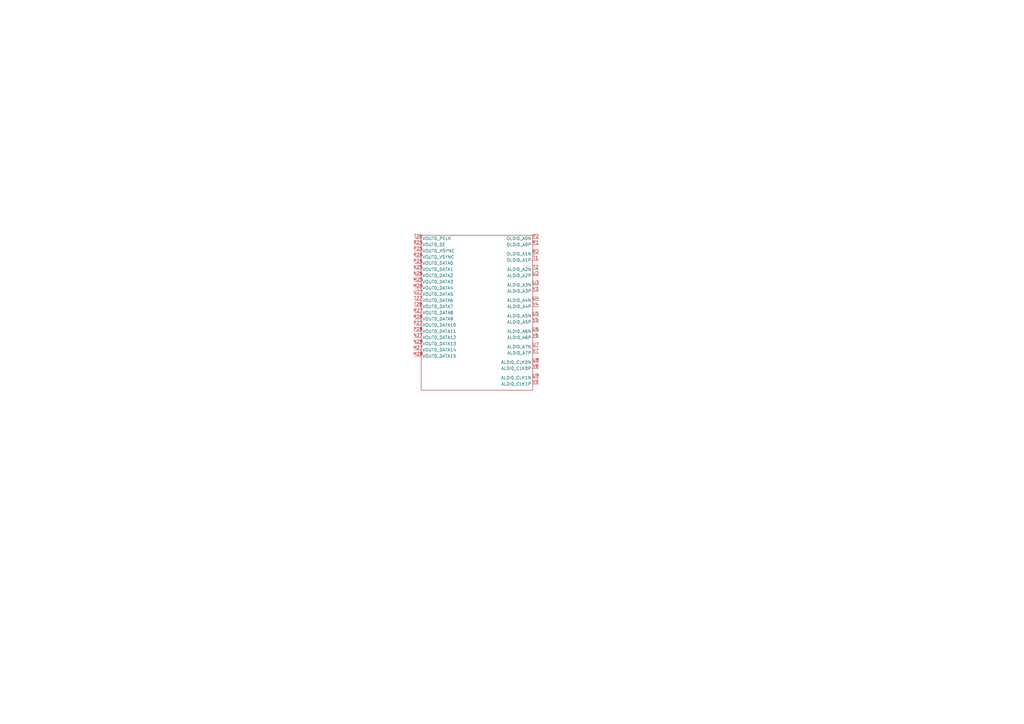
<source format=kicad_sch>
(kicad_sch (version 20250114) (generator "eeschema") (generator_version "9.0")
  (paper "A3")
  (lib_symbols
    (symbol "octavo_Library:osd62x-pm"
      (symbol "osd62x-pm_1_1"
        (rectangle (start -20.32 -2.54) (end 19.05 -198.12))
        (pin power_in line (at -22.86 -5.08 0) (length 2.54) (name "VDD_CORE") (number "G13"))
        (pin power_in line (at -22.86 -7.62 0) (length 2.54) (name "VDD_CORE") (number "G14"))
        (pin power_in line (at -22.86 -10.16 0) (length 2.54) (name "VDD_CORE") (number "G15"))
        (pin power_in line (at -22.86 -12.7 0) (length 2.54) (name "VDD_CORE") (number "G16"))
        (pin power_in line (at -22.86 -15.24 0) (length 2.54) (name "VDD_CORE") (number "G16"))
        (pin power_in line (at -22.86 -17.78 0) (length 2.54) (name "VDD_CORE") (number "H12"))
        (pin power_in line (at -22.86 -20.32 0) (length 2.54) (name "VDD_CORE") (number "H13"))
        (pin power_in line (at -22.86 -22.86 0) (length 2.54) (name "VDD_CORE") (number "H14"))
        (pin power_in line (at -22.86 -25.4 0) (length 2.54) (name "VDD_CORE") (number "H15"))
        (pin power_in line (at -22.86 -27.94 0) (length 2.54) (name "VDD_CORE") (number "H16"))
        (pin power_in line (at -22.86 -30.48 0) (length 2.54) (name "VDD_CORE") (number "J12"))
        (pin power_in line (at -22.86 -33.02 0) (length 2.54) (name "VDD_CORE") (number "J13"))
        (pin power_in line (at -22.86 -35.56 0) (length 2.54) (name "VDD_CORE") (number "J16"))
        (pin power_in line (at -22.86 -38.1 0) (length 2.54) (name "VDD_CORE") (number "K12"))
        (pin power_in line (at -22.86 -40.64 0) (length 2.54) (name "VDD_CORE") (number "K13"))
        (pin power_in line (at -22.86 -43.18 0) (length 2.54) (name "VDD_CORE") (number "K16"))
        (pin power_in line (at -22.86 -45.72 0) (length 2.54) (name "VDD_CORE") (number "L13"))
        (pin power_in line (at -22.86 -48.26 0) (length 2.54) (name "VDD_CORE") (number "L14"))
        (pin power_in line (at -22.86 -50.8 0) (length 2.54) (name "VDD_CORE") (number "L15"))
        (pin power_in line (at -22.86 -55.88 0) (length 2.54) (name "VDDR_CORE") (number "H17"))
        (pin power_in line (at -22.86 -58.42 0) (length 2.54) (name "VDDR_CORE") (number "H18"))
        (pin power_in line (at -22.86 -60.96 0) (length 2.54) (name "VDDR_CORE") (number "J17"))
        (pin power_in line (at -22.86 -63.5 0) (length 2.54) (name "VDDR_CORE") (number "J18"))
        (pin power_in line (at -22.86 -66.04 0) (length 2.54) (name "VDDR_CORE") (number "K17"))
        (pin power_in line (at -22.86 -68.58 0) (length 2.54) (name "VDDR_CORE") (number "K18"))
        (pin power_in line (at -22.86 -71.12 0) (length 2.54) (name "VDDR_CORE") (number "L17"))
        (pin power_in line (at -22.86 -73.66 0) (length 2.54) (name "VDDR_CORE") (number "L18"))
        (pin power_in line (at -22.86 -78.74 0) (length 2.54) (name "DDR_VPP") (number "N10"))
        (pin power_in line (at -22.86 -85.09 0) (length 2.54) (name "VDDA_CORE_CSIRX0") (number "M13"))
        (pin power_in line (at -22.86 -88.9 0) (length 2.54) (name "VDDA_CORE_USB") (number "M12"))
        (pin power_in line (at -22.86 -92.71 0) (length 2.54) (name "VDD_CANUART") (number "G12"))
        (pin power_in line (at -22.86 -102.87 0) (length 2.54) (name "VDDA_1P8_OLDI0") (number "P11"))
        (pin power_in line (at -22.86 -105.41 0) (length 2.54) (name "VDDA_1P8_CSIRX0") (number "P13"))
        (pin power_in line (at -22.86 -107.95 0) (length 2.54) (name "VDDA_1P8_USB") (number "P12"))
        (pin power_in line (at -22.86 -110.49 0) (length 2.54) (name "VDDA_PLL0") (number "N13"))
        (pin power_in line (at -22.86 -113.03 0) (length 2.54) (name "VDDA_PLL1") (number "N14"))
        (pin power_in line (at -22.86 -115.57 0) (length 2.54) (name "VDDA_PLL2") (number "F14"))
        (pin power_in line (at -22.86 -118.11 0) (length 2.54) (name "VDDA_MCU") (number "F13"))
        (pin power_in line (at -22.86 -120.65 0) (length 2.54) (name "VDDA_TEMP") (number "N12"))
        (pin power_in line (at -22.86 -123.19 0) (length 2.54) (name "VDDA_OSC0") (number "D15"))
        (pin power_in line (at -22.86 -125.73 0) (length 2.54) (name "VDDA_3P3_USB") (number "N7"))
        (pin power_in line (at -22.86 -135.89 0) (length 2.54) (name "VPP") (number "C16"))
        (pin power_in line (at -22.86 -144.78 0) (length 2.54) (name "VMON_SYS") (number "A15"))
        (pin power_in line (at -22.86 -149.86 0) (length 2.54) (name "VMON_1P8_SOC") (number "C15"))
        (pin power_in line (at -22.86 -154.94 0) (length 2.54) (name "VMON_3P3_SOC") (number "B15"))
        (pin power_in line (at 21.59 -5.08 180) (length 2.54) (name "VDDS_DDR") (number "K10"))
        (pin power_in line (at 21.59 -7.62 180) (length 2.54) (name "VDDS_DDR") (number "K11"))
        (pin power_in line (at 21.59 -10.16 180) (length 2.54) (name "VDDS_DDR") (number "L9"))
        (pin power_in line (at 21.59 -12.7 180) (length 2.54) (name "VDDS_DDR") (number "L10"))
        (pin power_in line (at 21.59 -15.24 180) (length 2.54) (name "VDDS_DDR") (number "L11"))
        (pin power_in line (at 21.59 -17.78 180) (length 2.54) (name "VDDS_DDR") (number "M8"))
        (pin power_in line (at 21.59 -20.32 180) (length 2.54) (name "VDDS_DDR") (number "M9"))
        (pin power_in line (at 21.59 -22.86 180) (length 2.54) (name "VDDS_DDR") (number "M10"))
        (pin power_in line (at 21.59 -25.4 180) (length 2.54) (name "VDDS_DDR") (number "N8"))
        (pin power_in line (at 21.59 -27.94 180) (length 2.54) (name "VDDS_DDR") (number "N9"))
        (pin power_in line (at 21.59 -31.75 180) (length 2.54) (name "VDDSHV_CANUART") (number "F11"))
        (pin power_in line (at 21.59 -34.29 180) (length 2.54) (name "VDDSHV_CANUART") (number "G10"))
        (pin power_in line (at 21.59 -36.83 180) (length 2.54) (name "VDDSHV_MCU") (number "F12"))
        (pin power_in line (at 21.59 -39.37 180) (length 2.54) (name "VDDSHV_MCU") (number "G11"))
        (pin power_in line (at 21.59 -43.18 180) (length 2.54) (name "VDDSHV0") (number "J21"))
        (pin power_in line (at 21.59 -45.72 180) (length 2.54) (name "VDDSHV0") (number "J22"))
        (pin power_in line (at 21.59 -48.26 180) (length 2.54) (name "VDDSHV1") (number "K21"))
        (pin power_in line (at 21.59 -50.8 180) (length 2.54) (name "VDDSHV1") (number "K22"))
        (pin power_in line (at 21.59 -53.34 180) (length 2.54) (name "VDDSHV2") (number "M21"))
        (pin power_in line (at 21.59 -55.88 180) (length 2.54) (name "VDDSHV2") (number "M22"))
        (pin power_in line (at 21.59 -58.42 180) (length 2.54) (name "VDDSHV3") (number "L21"))
        (pin power_in line (at 21.59 -60.96 180) (length 2.54) (name "VDDSHV3") (number "L22"))
        (pin power_in line (at 21.59 -63.5 180) (length 2.54) (name "VDDSHV4") (number "N11"))
        (pin power_in line (at 21.59 -66.04 180) (length 2.54) (name "VDDSHV4") (number "P10"))
        (pin power_in line (at 21.59 -68.58 180) (length 2.54) (name "VDDSHV5") (number "G21"))
        (pin power_in line (at 21.59 -71.12 180) (length 2.54) (name "VDDSHV5") (number "G22"))
        (pin power_in line (at 21.59 -73.66 180) (length 2.54) (name "VDDSHV6") (number "H21"))
        (pin power_in line (at 21.59 -76.2 180) (length 2.54) (name "VDDSHV6") (number "H22"))
        (pin power_in line (at 21.59 -80.01 180) (length 2.54) (name "VSS") (number "A2"))
        (pin power_in line (at 21.59 -82.55 180) (length 2.54) (name "VSS") (number "A14"))
        (pin power_in line (at 21.59 -85.09 180) (length 2.54) (name "VSS") (number "A27"))
        (pin power_in line (at 21.59 -87.63 180) (length 2.54) (name "VSS") (number "B1"))
        (pin power_in line (at 21.59 -90.17 180) (length 2.54) (name "VSS") (number "B14"))
        (pin power_in line (at 21.59 -92.71 180) (length 2.54) (name "VSS") (number "B28"))
        (pin power_in line (at 21.59 -95.25 180) (length 2.54) (name "VSS") (number "C3"))
        (pin power_in line (at 21.59 -97.79 180) (length 2.54) (name "VSS") (number "C4"))
        (pin power_in line (at 21.59 -100.33 180) (length 2.54) (name "VSS") (number "C14"))
        (pin power_in line (at 21.59 -102.87 180) (length 2.54) (name "VSS") (number "D3"))
        (pin power_in line (at 21.59 -105.41 180) (length 2.54) (name "VSS") (number "D4"))
        (pin power_in line (at 21.59 -107.95 180) (length 2.54) (name "VSS") (number "D14"))
        (pin power_in line (at 21.59 -110.49 180) (length 2.54) (name "VSS") (number "E3"))
        (pin power_in line (at 21.59 -113.03 180) (length 2.54) (name "VSS") (number "E4"))
        (pin power_in line (at 21.59 -115.57 180) (length 2.54) (name "VSS") (number "E5"))
        (pin power_in line (at 21.59 -118.11 180) (length 2.54) (name "VSS") (number "E6"))
        (pin power_in line (at 21.59 -120.65 180) (length 2.54) (name "VSS") (number "E7"))
        (pin power_in line (at 21.59 -123.19 180) (length 2.54) (name "VSS") (number "E8"))
        (pin power_in line (at 21.59 -125.73 180) (length 2.54) (name "VSS") (number "E9"))
        (pin power_in line (at 21.59 -128.27 180) (length 2.54) (name "VSS") (number "E10"))
        (pin power_in line (at 21.59 -130.81 180) (length 2.54) (name "VSS") (number "E11"))
        (pin power_in line (at 21.59 -133.35 180) (length 2.54) (name "VSS") (number "E12"))
        (pin power_in line (at 21.59 -135.89 180) (length 2.54) (name "VSS") (number "E13"))
        (pin power_in line (at 21.59 -138.43 180) (length 2.54) (name "VSS") (number "E16"))
        (pin power_in line (at 21.59 -140.97 180) (length 2.54) (name "VSS") (number "E17"))
        (pin power_in line (at 21.59 -143.51 180) (length 2.54) (name "VSS") (number "E18"))
        (pin power_in line (at 21.59 -146.05 180) (length 2.54) (name "VSS") (number "E19"))
        (pin power_in line (at 21.59 -148.59 180) (length 2.54) (name "VSS") (number "E20"))
        (pin power_in line (at 21.59 -151.13 180) (length 2.54) (name "VSS") (number "E21"))
        (pin power_in line (at 21.59 -153.67 180) (length 2.54) (name "VSS") (number "E22"))
        (pin power_in line (at 21.59 -156.21 180) (length 2.54) (name "VSS") (number "E23"))
        (pin power_in line (at 21.59 -158.75 180) (length 2.54) (name "VSS") (number "E24"))
        (pin power_in line (at 21.59 -161.29 180) (length 2.54) (name "VSS") (number "F19"))
        (pin power_in line (at 21.59 -163.83 180) (length 2.54) (name "VSS") (number "F20"))
        (pin power_in line (at 21.59 -166.37 180) (length 2.54) (name "VSS") (number "F21"))
        (pin power_in line (at 21.59 -168.91 180) (length 2.54) (name "VSS") (number "F22"))
        (pin power_in line (at 21.59 -171.45 180) (length 2.54) (name "VSS") (number "F23"))
        (pin power_in line (at 21.59 -173.99 180) (length 2.54) (name "VSS") (number "F24"))
        (pin power_in line (at 21.59 -176.53 180) (length 2.54) (name "VSS") (number "G19"))
        (pin power_in line (at 21.59 -179.07 180) (length 2.54) (name "VSS") (number "G20"))
        (pin power_in line (at 21.59 -181.61 180) (length 2.54) (name "VSS") (number "G23"))
        (pin power_in line (at 21.59 -184.15 180) (length 2.54) (name "VSS") (number "G24"))
        (pin power_in line (at 21.59 -186.69 180) (length 2.54) (name "VSS") (number "H19"))
        (pin power_in line (at 21.59 -189.23 180) (length 2.54) (name "VSS") (number "H20"))
        (pin power_in line (at 21.59 -191.77 180) (length 2.54) (name "VSS") (number "H24"))
        (pin power_in line (at 21.59 -194.31 180) (length 2.54) (name "VSS") (number "J14"))
        (pin power_in line (at 21.59 -196.85 180) (length 2.54) (name "VSS") (number "J15"))
      )
      (symbol "osd62x-pm_2_1"
        (rectangle (start -19.05 -2.54) (end 20.32 -30.48))
        (pin input line (at -184.15 132.08 0) (length 2.54) (name "MCU_OSC0_XI") (number "G1"))
        (pin input line (at -21.59 -5.08 0) (length 2.54) (name "MCU_OSC0_XI") (number "G1"))
        (pin output line (at -21.59 -7.62 0) (length 2.54) (name "MCU_OCS0_XO") (number "G2"))
        (pin input line (at -21.59 -12.7 0) (length 2.54) (name "WKUP_LFOSC0_XI") (number "H1"))
        (pin output line (at -21.59 -15.24 0) (length 2.54) (name "WKUP_LFOSC0_XO") (number "H2"))
        (pin input line (at -21.59 -20.32 0) (length 2.54) (name "EXT_REFCLK1") (number "D16"))
        (pin output line (at -21.59 -22.86 0) (length 2.54) (name "WKUP_CLKOUT0") (number "C7"))
        (pin output line (at 22.86 -5.08 180) (length 2.54) (name "RESETSTATZ") (number "C18"))
        (pin output line (at 22.86 -8.89 180) (length 2.54) (name "PORZ_OUT") (number "D18"))
        (pin input line (at 22.86 -12.7 180) (length 2.54) (name "RESET_REQZ") (number "D17"))
        (pin input line (at 22.86 -16.51 180) (length 2.54) (name "MCU_PORZ") (number "D6"))
        (pin input line (at 22.86 -20.32 180) (length 2.54) (name "MCU_RESETZ") (number "D6"))
        (pin output line (at 22.86 -24.13 180) (length 2.54) (name "MCU_RESETSTATZ") (number "C6"))
      )
      (symbol "osd62x-pm_3_1"
        (rectangle (start -20.32 -2.54) (end 19.05 -55.88))
        (pin power_in line (at -22.86 -5.08 0) (length 2.54) (name "DDR_VPP") (number "N10"))
        (pin no_connect line (at -22.86 -8.89 0) (length 2.54) (name "DDR_RSVD0") (number "F10"))
        (pin bidirectional line (at -22.86 -15.24 0) (length 2.54) (name "GPMC0_AD0") (number "G28"))
        (pin bidirectional line (at -22.86 -17.78 0) (length 2.54) (name "GPMC0_AD1") (number "G27"))
        (pin bidirectional line (at -22.86 -20.32 0) (length 2.54) (name "GPMC0_AD2") (number "F28"))
        (pin bidirectional line (at -22.86 -22.86 0) (length 2.54) (name "GPMC0_AD3") (number "F27"))
        (pin bidirectional line (at -22.86 -25.4 0) (length 2.54) (name "GPMC0_AD4") (number "E28"))
        (pin bidirectional line (at -22.86 -27.94 0) (length 2.54) (name "GPMC0_AD5") (number "E27"))
        (pin bidirectional line (at -22.86 -30.48 0) (length 2.54) (name "GPMC0_AD6") (number "D28"))
        (pin bidirectional line (at -22.86 -33.02 0) (length 2.54) (name "GPMC0_AD7") (number "D27"))
        (pin bidirectional line (at -22.86 -35.56 0) (length 2.54) (name "GPMC0_AD8") (number "L27"))
        (pin bidirectional line (at -22.86 -38.1 0) (length 2.54) (name "GPMC0_AD9") (number "L28"))
        (pin bidirectional line (at -22.86 -40.64 0) (length 2.54) (name "GPMC0_AD10") (number "K27"))
        (pin bidirectional line (at -22.86 -43.18 0) (length 2.54) (name "GPMC0_AD11") (number "K28"))
        (pin bidirectional line (at -22.86 -45.72 0) (length 2.54) (name "GPMC0_AD12") (number "J28"))
        (pin bidirectional line (at -22.86 -48.26 0) (length 2.54) (name "GPMC0_AD13") (number "J27"))
        (pin bidirectional line (at -22.86 -50.8 0) (length 2.54) (name "GPMC0_AD14") (number "H28"))
        (pin bidirectional line (at -22.86 -53.34 0) (length 2.54) (name "GPMC0_AD15") (number "H27"))
        (pin output line (at 21.59 -5.08 180) (length 2.54) (name "GPMC0_ADVN_ALE") (number "H25"))
        (pin output line (at 21.59 -7.62 180) (length 2.54) (name "GPMC0_OEN_REN") (number "H26"))
        (pin output line (at 21.59 -10.16 180) (length 2.54) (name "GPMC0_WEN") (number "J25"))
        (pin output line (at 21.59 -12.7 180) (length 2.54) (name "GPMC0_BE0N_CLE") (number "J26"))
        (pin output line (at 21.59 -15.24 180) (length 2.54) (name "GPMC0_BE1N") (number "K25"))
        (pin output line (at 21.59 -17.78 180) (length 2.54) (name "GPMC0_CSN0") (number "F26"))
        (pin output line (at 21.59 -20.32 180) (length 2.54) (name "GPMC0_CSN1") (number "F25"))
        (pin output line (at 21.59 -22.86 180) (length 2.54) (name "GPMC0_CSN2") (number "E26"))
        (pin output line (at 21.59 -25.4 180) (length 2.54) (name "GPMC0_CSN3") (number "E25"))
        (pin output line (at 21.59 -27.94 180) (length 2.54) (name "GPMC0_WAIT0") (number "L25"))
        (pin output line (at 21.59 -30.48 180) (length 2.54) (name "GPMC0_WAIT1") (number "L26"))
        (pin output line (at 21.59 -33.02 180) (length 2.54) (name "GPMC0_CLK") (number "K26"))
        (pin output line (at 21.59 -35.56 180) (length 2.54) (name "GPMC0_DIR") (number "G25"))
        (pin output line (at 21.59 -38.1 180) (length 2.54) (name "GPMC0_WPN") (number "G26"))
      )
      (symbol "osd62x-pm_4_1"
        (rectangle (start -20.32 -2.54) (end 19.05 -106.68))
        (pin output line (at -22.86 -5.08 0) (length 2.54) (name "UART0_TXD") (number "B10"))
        (pin input line (at -22.86 -7.62 0) (length 2.54) (name "UART0_RXD") (number "A10"))
        (pin input line (at -22.86 -10.16 0) (length 2.54) (name "UART0_CTSN") (number "A9"))
        (pin output line (at -22.86 -12.7 0) (length 2.54) (name "UART0_RTSN") (number "B9"))
        (pin output line (at -22.86 -17.78 0) (length 2.54) (name "MCU_UART0_TXD") (number "B3"))
        (pin input line (at -22.86 -20.32 0) (length 2.54) (name "MCU_UART0_RXD") (number "B2"))
        (pin input line (at -22.86 -22.86 0) (length 2.54) (name "MCU_UART0_CTSN") (number "B4"))
        (pin output line (at -22.86 -25.4 0) (length 2.54) (name "MCU_UART0_RTSN") (number "A3"))
        (pin output line (at -22.86 -30.48 0) (length 2.54) (name "WKUP_UART0_TXD") (number "C1"))
        (pin input line (at -22.86 -33.02 0) (length 2.54) (name "WKUP_UART0_RXD") (number "C2"))
        (pin input line (at -22.86 -35.56 0) (length 2.54) (name "WKUP_UART0_CTSN") (number "D1"))
        (pin output line (at -22.86 -38.1 0) (length 2.54) (name "WKUP_UART0_RTSN") (number "A3"))
        (pin bidirectional line (at -22.86 -44.45 0) (length 2.54) (name "I2C0_SCL") (number "A12"))
        (pin bidirectional line (at -22.86 -46.99 0) (length 2.54) (name "I2C0_SDA") (number "B12"))
        (pin bidirectional line (at -22.86 -52.07 0) (length 2.54) (name "I2C1_SCL") (number "A13"))
        (pin bidirectional line (at -22.86 -54.61 0) (length 2.54) (name "I2C1_SDA") (number "B13"))
        (pin bidirectional line (at -22.86 -59.69 0) (length 2.54) (name "MCU_I2C0_SCL") (number "A7"))
        (pin bidirectional line (at -22.86 -62.23 0) (length 2.54) (name "MCU_I2C0_SDA") (number "B7"))
        (pin bidirectional line (at -22.86 -67.31 0) (length 2.54) (name "WKUP_I2C0_SCL") (number "A8"))
        (pin bidirectional line (at -22.86 -69.85 0) (length 2.54) (name "WKUP_I2C0_SDA") (number "B8"))
        (pin input line (at -22.86 -77.47 0) (length 2.54) (name "SPI0_CLK") (number "C11"))
        (pin bidirectional line (at -22.86 -80.01 0) (length 2.54) (name "SPI0_D0") (number "D12"))
        (pin bidirectional line (at -22.86 -82.55 0) (length 2.54) (name "SPI0_D1") (number "C12"))
        (pin output line (at -22.86 -85.09 0) (length 2.54) (name "SPI0_CS0") (number "D13"))
        (pin output line (at -22.86 -87.63 0) (length 2.54) (name "SPI0_CS1") (number "C13"))
        (pin input line (at -22.86 -93.98 0) (length 2.54) (name "MCU_SPI0_CLK") (number "A4"))
        (pin bidirectional line (at -22.86 -96.52 0) (length 2.54) (name "MCU_SPI0_D0") (number "B5"))
        (pin bidirectional line (at -22.86 -99.06 0) (length 2.54) (name "MCU_SPI0_D1") (number "A5"))
        (pin output line (at -22.86 -101.6 0) (length 2.54) (name "MCU_SPI0_CS0") (number "B6"))
        (pin output line (at -22.86 -104.14 0) (length 2.54) (name "MCU_SPI0_CS1") (number "A6"))
        (pin input line (at 21.59 -5.08 180) (length 2.54) (name "MCAN0_RX") (number "A11"))
        (pin output line (at 21.59 -7.62 180) (length 2.54) (name "MCAN0_TX") (number "B11"))
        (pin input line (at 21.59 -12.7 180) (length 2.54) (name "MCU_MCAN0_RX") (number "E1"))
        (pin output line (at 21.59 -15.24 180) (length 2.54) (name "MCU_MCAN0_TX") (number "E2"))
        (pin input line (at 21.59 -20.32 180) (length 2.54) (name "MCU_MCAN1_RX") (number "F1"))
        (pin output line (at 21.59 -22.86 180) (length 2.54) (name "MCU_MCAN1_TX") (number "F2"))
        (pin output line (at 21.59 -30.48 180) (length 2.54) (name "MCU_ERRORN") (number "D7"))
        (pin input line (at 21.59 -33.02 180) (length 2.54) (name "MCU_PORZ") (number "D6"))
        (pin input line (at 21.59 -35.56 180) (length 2.54) (name "MCU_RESETZ") (number "C5"))
        (pin output line (at 21.59 -38.1 180) (length 2.54) (name "MCU_RESETSTATZ") (number "C6"))
      )
      (symbol "osd62x-pm_5_1"
        (rectangle (start -20.32 -2.54) (end 19.05 -50.8))
        (pin input line (at -24.13 -13.97 0) (length 2.54) (name "RGMII1_RD3") (number "V21"))
        (pin input line (at -24.13 -16.51 0) (length 2.54) (name "RGMII1_RD2") (number "U21"))
        (pin input line (at -24.13 -19.05 0) (length 2.54) (name "RGMII1_RD1") (number "V22"))
        (pin input line (at -24.13 -21.59 0) (length 2.54) (name "RGMII1_RD0") (number "U22"))
        (pin input line (at -24.13 -24.13 0) (length 2.54) (name "RGMII1_RX_CTL") (number "V20"))
        (pin input line (at -24.13 -26.67 0) (length 2.54) (name "RGMII1_RXC") (number "U20"))
        (pin bidirectional line (at -22.86 -5.08 0) (length 2.54) (name "MDIO0_MDIO") (number "U26"))
        (pin output line (at -22.86 -7.62 0) (length 2.54) (name "MDIO0_MDC") (number "V26"))
        (pin input line (at -22.86 -35.56 0) (length 2.54) (name "RGMII2_RXC") (number "R22"))
        (pin input line (at -22.86 -38.1 0) (length 2.54) (name "RGMII2_RX_CTL") (number "T23"))
        (pin input line (at -22.86 -40.64 0) (length 2.54) (name "RGMII2_RD0") (number "T25"))
        (pin input line (at -22.86 -43.18 0) (length 2.54) (name "RGMII2_RD1") (number "R24"))
        (pin input line (at -22.86 -45.72 0) (length 2.54) (name "RGMII2_RD2") (number "T24"))
        (pin input line (at -22.86 -48.26 0) (length 2.54) (name "RGMII2_RD3") (number "R23"))
        (pin output line (at 21.59 -13.97 180) (length 2.54) (name "RGMII1_TD3") (number "V24"))
        (pin output line (at 21.59 -16.51 180) (length 2.54) (name "RGMII1_TD2") (number "U24"))
        (pin output line (at 21.59 -19.05 180) (length 2.54) (name "RGMII1_TD1") (number "V25"))
        (pin output line (at 21.59 -21.59 180) (length 2.54) (name "RGMII1_TDO") (number "U25"))
        (pin output line (at 21.59 -24.13 180) (length 2.54) (name "RGMII1_TX_CTL") (number "V23"))
        (pin output line (at 21.59 -26.67 180) (length 2.54) (name "RGMII1_TXC") (number "U25"))
        (pin output line (at 21.59 -35.56 180) (length 2.54) (name "RGMII2_TD3") (number "R20"))
        (pin output line (at 21.59 -38.1 180) (length 2.54) (name "RGMII2_TD2") (number "T21"))
        (pin output line (at 21.59 -40.64 180) (length 2.54) (name "RGMII2_TD1") (number "R21"))
        (pin output line (at 21.59 -43.18 180) (length 2.54) (name "TGMII2TD0") (number "T22"))
        (pin output line (at 21.59 -45.72 180) (length 2.54) (name "RGMII2_TX_CTL") (number "T20"))
        (pin output line (at 21.59 -48.26 180) (length 2.54) (name "RGMII2_TXC") (number "R19"))
      )
      (symbol "osd62x-pm_6_1"
        (rectangle (start -20.32 -2.54) (end 19.05 -24.13))
        (pin power_in line (at -22.86 -5.08 0) (length 2.54) (name "VDDA_1P8_USB") (number "P12"))
        (pin power_in line (at -22.86 -7.62 0) (length 2.54) (name "VDDA_3P3_USB") (number "N7"))
        (pin bidirectional line (at -22.86 -13.97 0) (length 2.54) (name "USB0_DM") (number "U12"))
        (pin bidirectional line (at -22.86 -16.51 0) (length 2.54) (name "USB0_DP") (number "V12"))
        (pin input line (at -22.86 -19.05 0) (length 2.54) (name "USB0_VBUS") (number "V11"))
        (pin output line (at -22.86 -21.59 0) (length 2.54) (name "USB0_DRVVBUS") (number "C19"))
        (pin output line (at 21.59 -13.97 180) (length 2.54) (name "USB1_DRVVBUS") (number "D19"))
        (pin input line (at 21.59 -16.51 180) (length 2.54) (name "USB1_VBUS") (number "U11"))
        (pin bidirectional line (at 21.59 -19.05 180) (length 2.54) (name "USB1_DP") (number "V10"))
        (pin bidirectional line (at 21.59 -21.59 180) (length 2.54) (name "USB1_DM") (number "U10"))
      )
      (symbol "osd62x-pm_7_1"
        (rectangle (start -24.13 -5.08) (end 21.59 -68.58))
        (pin output line (at -26.67 -6.35 0) (length 2.54) (name "VOUT0_PCLK") (number "T26"))
        (pin output line (at -26.67 -8.89 0) (length 2.54) (name "VOUT0_DE") (number "R25"))
        (pin output line (at -26.67 -11.43 0) (length 2.54) (name "VOUT0_HSYNC") (number "P25"))
        (pin output line (at -26.67 -13.97 0) (length 2.54) (name "VOUT0_VSYNC") (number "R26"))
        (pin output line (at -26.67 -16.51 0) (length 2.54) (name "VOUT0_DATA0") (number "P26"))
        (pin output line (at -26.67 -19.05 0) (length 2.54) (name "VOUT0_DATA1") (number "N25"))
        (pin output line (at -26.67 -21.59 0) (length 2.54) (name "VOUT0_DATA2") (number "N26"))
        (pin output line (at -26.67 -24.13 0) (length 2.54) (name "VOUT0_DATA3") (number "M25"))
        (pin output line (at -26.67 -26.67 0) (length 2.54) (name "VOUT0_DATA4") (number "M26"))
        (pin output line (at -26.67 -29.21 0) (length 2.54) (name "VOUT0_DATA5") (number "U27"))
        (pin output line (at -26.67 -31.75 0) (length 2.54) (name "VOUT0_DATA6") (number "T27"))
        (pin output line (at -26.67 -34.29 0) (length 2.54) (name "VOUT0_DATA7") (number "T28"))
        (pin output line (at -26.67 -36.83 0) (length 2.54) (name "VOUT0_DATA8") (number "R27"))
        (pin output line (at -26.67 -39.37 0) (length 2.54) (name "VOUT0_DATA9") (number "R28"))
        (pin output line (at -26.67 -41.91 0) (length 2.54) (name "VOUT0_DATA10") (number "P27"))
        (pin output line (at -26.67 -44.45 0) (length 2.54) (name "VOUT0_DATA11") (number "P28"))
        (pin output line (at -26.67 -46.99 0) (length 2.54) (name "VOUT0_DATA12") (number "N27"))
        (pin output line (at -26.67 -49.53 0) (length 2.54) (name "VOUT0_DATA13") (number "N28"))
        (pin output line (at -26.67 -52.07 0) (length 2.54) (name "VOUT0_DATA14") (number "M27"))
        (pin output line (at -26.67 -54.61 0) (length 2.54) (name "VOUT0_DATA15") (number "M28"))
        (pin output line (at 24.13 -6.35 180) (length 2.54) (name "OLDI0_A0N") (number "P2"))
        (pin output line (at 24.13 -8.89 180) (length 2.54) (name "OLDI0_A0P") (number "R1"))
        (pin output line (at 24.13 -12.7 180) (length 2.54) (name "OLDI0_A1N") (number "R2"))
        (pin output line (at 24.13 -15.24 180) (length 2.54) (name "OLDI0_A1P") (number "T1"))
        (pin output line (at 24.13 -19.05 180) (length 2.54) (name "ALDI0_A2N") (number "T2"))
        (pin output line (at 24.13 -21.59 180) (length 2.54) (name "ALDI0_A2P") (number "U2"))
        (pin output line (at 24.13 -25.4 180) (length 2.54) (name "ALDI0_A3N") (number "U3"))
        (pin output line (at 24.13 -27.94 180) (length 2.54) (name "ALDI0_A3P") (number "V3"))
        (pin output line (at 24.13 -31.75 180) (length 2.54) (name "ALDI0_A4N") (number "U4"))
        (pin output line (at 24.13 -34.29 180) (length 2.54) (name "ALDI0_A4P") (number "V4"))
        (pin output line (at 24.13 -38.1 180) (length 2.54) (name "ALDI0_A5N") (number "U5"))
        (pin output line (at 24.13 -40.64 180) (length 2.54) (name "ALDI0_A5P") (number "V5"))
        (pin output line (at 24.13 -44.45 180) (length 2.54) (name "ALDI0_A6N") (number "U6"))
        (pin output line (at 24.13 -46.99 180) (length 2.54) (name "ALDI0_A6P") (number "V6"))
        (pin output line (at 24.13 -50.8 180) (length 2.54) (name "ALDI0_A7N") (number "U7"))
        (pin output line (at 24.13 -53.34 180) (length 2.54) (name "ALDI0_A7P") (number "V7"))
        (pin output line (at 24.13 -57.15 180) (length 2.54) (name "ALDI0_CLK0N") (number "U8"))
        (pin output line (at 24.13 -59.69 180) (length 2.54) (name "ALDI0_CLK0P") (number "V8"))
        (pin output line (at 24.13 -63.5 180) (length 2.54) (name "ALDI0_CLK1N") (number "U9"))
        (pin output line (at 24.13 -66.04 180) (length 2.54) (name "ALDI0_CLK1P") (number "V9"))
      )
      (symbol "osd62x-pm_8_1"
        (rectangle (start -20.32 -2.54) (end 3.81 -33.02))
        (pin input line (at -22.86 -3.81 0) (length 2.54) (name "CSI0_RXCLKN") (number "V17"))
        (pin input line (at -22.86 -6.35 0) (length 2.54) (name "CSI0_RXCLKP") (number "U17"))
        (pin input line (at -22.86 -10.16 0) (length 2.54) (name "CSI0_RX0N") (number "V16"))
        (pin input line (at -22.86 -12.7 0) (length 2.54) (name "CSI0_RX0P") (number "U16"))
        (pin input line (at -22.86 -16.51 0) (length 2.54) (name "CSI0_RX1N") (number "V15"))
        (pin input line (at -22.86 -19.05 0) (length 2.54) (name "CSI0_RX1P") (number "U15"))
        (pin input line (at -22.86 -22.86 0) (length 2.54) (name "CSI0_RX2N") (number "U14"))
        (pin input line (at -22.86 -25.4 0) (length 2.54) (name "CSI0_RX2P") (number "V14"))
        (pin input line (at -22.86 -29.21 0) (length 2.54) (name "CSI0_RX3N") (number "U13"))
        (pin input line (at -22.86 -31.75 0) (length 2.54) (name "CSI0_RX3P") (number "V13"))
      )
    )
  )
  (symbol (lib_id "octavo_Library:osd62x-pm") (at 196.85 91.44 0) (unit 7)
    (property "Reference" "U1" (effects (hide yes)))
  )
)
</source>
